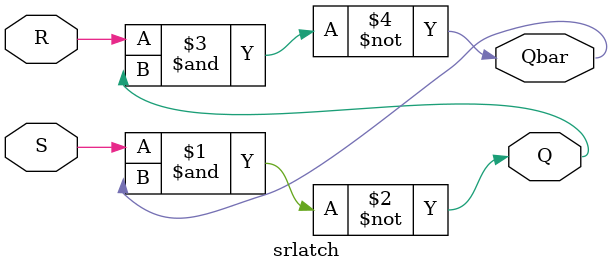
<source format=v>
module srlatch
(input S,R,
output Q,Qbar);

nand #(5) nand1(Q,S,Qbar);
nand #(5) nand2(Qbar,R,Q);

endmodule 
</source>
